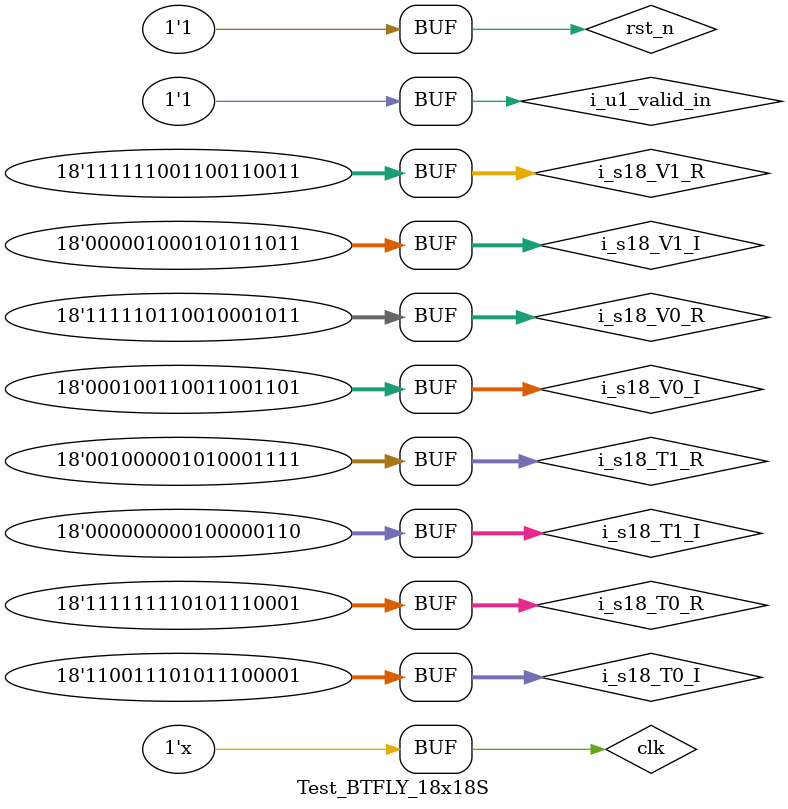
<source format=v>
`timescale 1ns/1ps

module Test_BTFLY_18x18S;

    // Inputs
reg signed [17:0] i_s18_V0_R;
reg signed [17:0] i_s18_V0_I;
reg signed [17:0] i_s18_V1_R;
reg signed [17:0] i_s18_V1_I;
reg signed [17:0] i_s18_T0_R;
reg signed [17:0] i_s18_T0_I;
reg signed [17:0] i_s18_T1_R;
reg signed [17:0] i_s18_T1_I;

// Outputs
wire signed [17:0] o_s18_O0_R;
wire signed [17:0] o_s18_O0_I;
wire signed [17:0] o_s18_O1_R;
wire signed [17:0] o_s18_O1_I;

reg i_u1_valid_in;

reg clk;
reg rst_n;

// Outputs
wire o_u1_valid_out;

// Instantiate the Unit Under Test (UUT)
btfly_op btfly(
  .clk(clk) ,
  .rst_n(rst_n),
  .i_u1_valid_in(i_u1_valid_in),
  .o_u1_valid_out(o_u1_valid_out),
  .i_s18_V0_R(i_s18_V0_R),  
  .i_s18_V0_I(i_s18_V0_I),
  .i_s18_V1_R(i_s18_V1_R), 
  .i_s18_V1_I(i_s18_V1_I),
  .i_s18_T0_R(i_s18_T0_R),  
  .i_s18_T0_I(i_s18_T0_I), 
  .i_s18_T1_R(i_s18_T1_R), 
  .i_s18_T1_I(i_s18_T1_I),
  .o_s18_O0_R(o_s18_O0_R), 
  .o_s18_O0_I(o_s18_O0_I),
  .o_s18_O1_R(o_s18_O1_R), 
  .o_s18_O1_I(o_s18_O1_I)
);

initial begin
    // Initialize Inputs

    // Float: o0 = (-0.023293999999999995+0.337822j) , o1 = (-0.1017712+0.334378j)
    // Fixed: o0 = (-0.02332+0.33781j) , o1 = (-0.10179+0.33437j)

    i_s18_V0_R = -4981  ; // -0.07600000  re_v0_fixed:: 
    i_s18_V0_I = 19661  ; // +0.30000000  im_v0_fixed:: 
    i_s18_V1_R = -3277  ; // -0.05000000  re_v1_fixed:: 
    i_s18_V1_I = 4443   ; // +0.06780000  im_v1_fixed:  
    i_s18_T0_R = -655   ; //  -0.01000000 re_tw0_fixed: 
    i_s18_T0_I = -50463 ; //  -0.77000000 im_tw0_fixed: 
    i_s18_T1_R = 33423  ; //  +0.51000000 re_tw1_fixed: 
    i_s18_T1_I = 262    ; //  +0.00400000 im_tw1_fixed: 

    // Keep system in reset
    i_u1_valid_in = 0;
    clk = 0;
    rst_n = 0;

    // Wait 100 ns for global reset to finish
    #105; // +5 align data with the clock
    #10 rst_n = 1;
    #50
    i_u1_valid_in = 1;

    #300
    // AR = -4981;  //  -0.07600403 
    // AI = 19661;  //  +0.30000305 
    // BR = -3277;  //  -0.05000305 
    // BI = 4443 ;  //  +0.06779480 

    // Test inputs changing every two clock cycles
    i_s18_V0_R = 0 ;
    i_s18_V0_I = 0 ;
    i_s18_V1_R = 0 ;
    i_s18_V1_I = 0 ;
    i_s18_T0_R = 0 ;
    i_s18_T0_I = 0 ;
    i_s18_T1_R = 0 ;
    i_s18_T1_I = 0 ;


    #20;


    // Float: o0 = (-0.098712+1.384656j) , o1 = (-0.5510856000000001+0.80562j)
    // Fixed: o0 = (-0.09872+1.38464j) , o1 = (-0.55109+0.80562j)
    
    // Test inputs changing every two clock cycles
    i_s18_V0_R = -9830 ;  // float: -0.15000000  re_v0_fixed:: 
    i_s18_V0_I = 51118 ;  // float: +0.78000000  im_v0_fixed:: 
    i_s18_V1_R = -51511;  // float: -0.78600000  re_v1_fixed:: 
    i_s18_V1_I = 3696  ;  // float: +0.05640000  im_v1_fixed: :
    i_s18_T0_R = -655  ;  //  float: -0.0100000  re_tw0_fixed::
    i_s18_T0_I = -50463;  //  float: -0.7700000  im_tw0_fixed::
    i_s18_T1_R = 33423 ;  //  float: +0.5100000  re_tw1_fixed::
    i_s18_T1_I = 262   ;  // :float: +0.0040000  im_tw1_fixed: 

    #20

    i_s18_V0_R = 0 ;
    i_s18_V0_I = 0 ;
    i_s18_V1_R = 0 ;
    i_s18_V1_I = 0 ;
    i_s18_T0_R = 0 ;
    i_s18_T0_I = 0 ;
    i_s18_T1_R = 0 ;
    i_s18_T1_I = 0 ;

    #20

    // Float: o0 = (-0.023293999999999995+0.337822j) , o1 = (-0.1017712+0.334378j)
    // Fixed: o0 = (-0.02332+0.33781j) , o1 = (-0.10179+0.33437j)

    i_s18_V0_R = -4981  ; // -0.07600000  re_v0_fixed:: 
    i_s18_V0_I = 19661  ; // +0.30000000  im_v0_fixed:: 
    i_s18_V1_R = -3277  ; // -0.05000000  re_v1_fixed:: 
    i_s18_V1_I = 4443   ; // +0.06780000  im_v1_fixed:  
    i_s18_T0_R = -655   ; //  -0.01000000 re_tw0_fixed: 
    i_s18_T0_I = -50463 ; //  -0.77000000 im_tw0_fixed: 
    i_s18_T1_R = 33423  ; //  +0.51000000 re_tw1_fixed: 
    i_s18_T1_I = 262    ; //  +0.00400000 im_tw1_fixed: 


    #100;

end
always #5 clk=~clk;      
endmodule 
</source>
